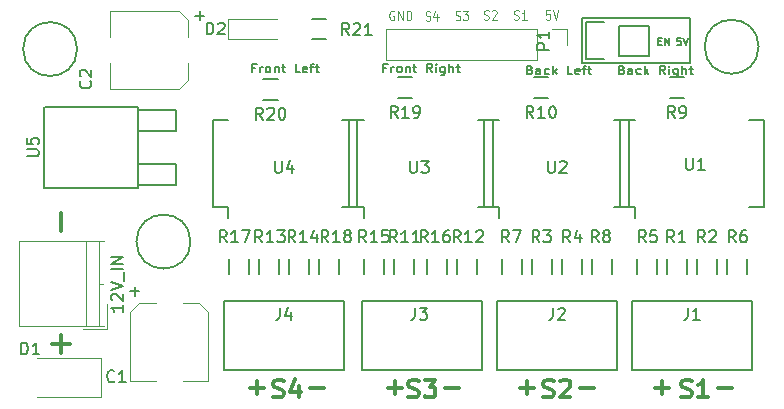
<source format=gbr>
G04 #@! TF.FileFunction,Legend,Top*
%FSLAX46Y46*%
G04 Gerber Fmt 4.6, Leading zero omitted, Abs format (unit mm)*
G04 Created by KiCad (PCBNEW 4.0.6+dfsg1-1) date Wed Nov 29 19:27:18 2017*
%MOMM*%
%LPD*%
G01*
G04 APERTURE LIST*
%ADD10C,0.100000*%
%ADD11C,0.300000*%
%ADD12C,0.200000*%
%ADD13C,0.150000*%
%ADD14C,0.175000*%
%ADD15C,0.125000*%
%ADD16C,0.120000*%
G04 APERTURE END LIST*
D10*
D11*
X167881657Y-110341505D02*
X167881657Y-108817695D01*
D12*
X211938800Y-92379600D02*
X211938800Y-96179600D01*
X221138800Y-92379600D02*
X211938800Y-92379600D01*
X221138800Y-96179600D02*
X221138800Y-92379600D01*
X211938800Y-96179600D02*
X221138800Y-96179600D01*
D13*
X218424514Y-94336743D02*
X218624514Y-94336743D01*
X218710228Y-94651029D02*
X218424514Y-94651029D01*
X218424514Y-94051029D01*
X218710228Y-94051029D01*
X218967371Y-94651029D02*
X218967371Y-94051029D01*
X219310228Y-94651029D01*
X219310228Y-94051029D01*
X220338799Y-94051029D02*
X220053085Y-94051029D01*
X220024514Y-94336743D01*
X220053085Y-94308171D01*
X220110228Y-94279600D01*
X220253085Y-94279600D01*
X220310228Y-94308171D01*
X220338799Y-94336743D01*
X220367371Y-94393886D01*
X220367371Y-94536743D01*
X220338799Y-94593886D01*
X220310228Y-94622457D01*
X220253085Y-94651029D01*
X220110228Y-94651029D01*
X220053085Y-94622457D01*
X220024514Y-94593886D01*
X220538800Y-94051029D02*
X220738800Y-94651029D01*
X220938800Y-94051029D01*
D14*
X195402989Y-96571600D02*
X195136322Y-96571600D01*
X195136322Y-96938267D02*
X195136322Y-96238267D01*
X195517275Y-96238267D01*
X195822036Y-96938267D02*
X195822036Y-96471600D01*
X195822036Y-96604933D02*
X195860131Y-96538267D01*
X195898227Y-96504933D01*
X195974417Y-96471600D01*
X196050608Y-96471600D01*
X196431560Y-96938267D02*
X196355369Y-96904933D01*
X196317274Y-96871600D01*
X196279179Y-96804933D01*
X196279179Y-96604933D01*
X196317274Y-96538267D01*
X196355369Y-96504933D01*
X196431560Y-96471600D01*
X196545846Y-96471600D01*
X196622036Y-96504933D01*
X196660131Y-96538267D01*
X196698227Y-96604933D01*
X196698227Y-96804933D01*
X196660131Y-96871600D01*
X196622036Y-96904933D01*
X196545846Y-96938267D01*
X196431560Y-96938267D01*
X197041084Y-96471600D02*
X197041084Y-96938267D01*
X197041084Y-96538267D02*
X197079179Y-96504933D01*
X197155370Y-96471600D01*
X197269656Y-96471600D01*
X197345846Y-96504933D01*
X197383941Y-96571600D01*
X197383941Y-96938267D01*
X197650608Y-96471600D02*
X197955370Y-96471600D01*
X197764894Y-96238267D02*
X197764894Y-96838267D01*
X197802989Y-96904933D01*
X197879180Y-96938267D01*
X197955370Y-96938267D01*
X199288704Y-96938267D02*
X199022037Y-96604933D01*
X198831561Y-96938267D02*
X198831561Y-96238267D01*
X199136323Y-96238267D01*
X199212514Y-96271600D01*
X199250609Y-96304933D01*
X199288704Y-96371600D01*
X199288704Y-96471600D01*
X199250609Y-96538267D01*
X199212514Y-96571600D01*
X199136323Y-96604933D01*
X198831561Y-96604933D01*
X199631561Y-96938267D02*
X199631561Y-96471600D01*
X199631561Y-96238267D02*
X199593466Y-96271600D01*
X199631561Y-96304933D01*
X199669656Y-96271600D01*
X199631561Y-96238267D01*
X199631561Y-96304933D01*
X200355370Y-96471600D02*
X200355370Y-97038267D01*
X200317275Y-97104933D01*
X200279180Y-97138267D01*
X200202989Y-97171600D01*
X200088704Y-97171600D01*
X200012513Y-97138267D01*
X200355370Y-96904933D02*
X200279180Y-96938267D01*
X200126799Y-96938267D01*
X200050608Y-96904933D01*
X200012513Y-96871600D01*
X199974418Y-96804933D01*
X199974418Y-96604933D01*
X200012513Y-96538267D01*
X200050608Y-96504933D01*
X200126799Y-96471600D01*
X200279180Y-96471600D01*
X200355370Y-96504933D01*
X200736323Y-96938267D02*
X200736323Y-96238267D01*
X201079180Y-96938267D02*
X201079180Y-96571600D01*
X201041085Y-96504933D01*
X200964895Y-96471600D01*
X200850609Y-96471600D01*
X200774418Y-96504933D01*
X200736323Y-96538267D01*
X201345847Y-96471600D02*
X201650609Y-96471600D01*
X201460133Y-96238267D02*
X201460133Y-96838267D01*
X201498228Y-96904933D01*
X201574419Y-96938267D01*
X201650609Y-96938267D01*
X215343561Y-96729600D02*
X215457847Y-96762933D01*
X215495942Y-96796267D01*
X215534037Y-96862933D01*
X215534037Y-96962933D01*
X215495942Y-97029600D01*
X215457847Y-97062933D01*
X215381656Y-97096267D01*
X215076894Y-97096267D01*
X215076894Y-96396267D01*
X215343561Y-96396267D01*
X215419751Y-96429600D01*
X215457847Y-96462933D01*
X215495942Y-96529600D01*
X215495942Y-96596267D01*
X215457847Y-96662933D01*
X215419751Y-96696267D01*
X215343561Y-96729600D01*
X215076894Y-96729600D01*
X216219751Y-97096267D02*
X216219751Y-96729600D01*
X216181656Y-96662933D01*
X216105466Y-96629600D01*
X215953085Y-96629600D01*
X215876894Y-96662933D01*
X216219751Y-97062933D02*
X216143561Y-97096267D01*
X215953085Y-97096267D01*
X215876894Y-97062933D01*
X215838799Y-96996267D01*
X215838799Y-96929600D01*
X215876894Y-96862933D01*
X215953085Y-96829600D01*
X216143561Y-96829600D01*
X216219751Y-96796267D01*
X216943561Y-97062933D02*
X216867371Y-97096267D01*
X216714990Y-97096267D01*
X216638799Y-97062933D01*
X216600704Y-97029600D01*
X216562609Y-96962933D01*
X216562609Y-96762933D01*
X216600704Y-96696267D01*
X216638799Y-96662933D01*
X216714990Y-96629600D01*
X216867371Y-96629600D01*
X216943561Y-96662933D01*
X217286418Y-97096267D02*
X217286418Y-96396267D01*
X217362609Y-96829600D02*
X217591180Y-97096267D01*
X217591180Y-96629600D02*
X217286418Y-96896267D01*
X219000704Y-97096267D02*
X218734037Y-96762933D01*
X218543561Y-97096267D02*
X218543561Y-96396267D01*
X218848323Y-96396267D01*
X218924514Y-96429600D01*
X218962609Y-96462933D01*
X219000704Y-96529600D01*
X219000704Y-96629600D01*
X218962609Y-96696267D01*
X218924514Y-96729600D01*
X218848323Y-96762933D01*
X218543561Y-96762933D01*
X219343561Y-97096267D02*
X219343561Y-96629600D01*
X219343561Y-96396267D02*
X219305466Y-96429600D01*
X219343561Y-96462933D01*
X219381656Y-96429600D01*
X219343561Y-96396267D01*
X219343561Y-96462933D01*
X220067370Y-96629600D02*
X220067370Y-97196267D01*
X220029275Y-97262933D01*
X219991180Y-97296267D01*
X219914989Y-97329600D01*
X219800704Y-97329600D01*
X219724513Y-97296267D01*
X220067370Y-97062933D02*
X219991180Y-97096267D01*
X219838799Y-97096267D01*
X219762608Y-97062933D01*
X219724513Y-97029600D01*
X219686418Y-96962933D01*
X219686418Y-96762933D01*
X219724513Y-96696267D01*
X219762608Y-96662933D01*
X219838799Y-96629600D01*
X219991180Y-96629600D01*
X220067370Y-96662933D01*
X220448323Y-97096267D02*
X220448323Y-96396267D01*
X220791180Y-97096267D02*
X220791180Y-96729600D01*
X220753085Y-96662933D01*
X220676895Y-96629600D01*
X220562609Y-96629600D01*
X220486418Y-96662933D01*
X220448323Y-96696267D01*
X221057847Y-96629600D02*
X221362609Y-96629600D01*
X221172133Y-96396267D02*
X221172133Y-96996267D01*
X221210228Y-97062933D01*
X221286419Y-97096267D01*
X221362609Y-97096267D01*
X207581657Y-96729600D02*
X207695943Y-96762933D01*
X207734038Y-96796267D01*
X207772133Y-96862933D01*
X207772133Y-96962933D01*
X207734038Y-97029600D01*
X207695943Y-97062933D01*
X207619752Y-97096267D01*
X207314990Y-97096267D01*
X207314990Y-96396267D01*
X207581657Y-96396267D01*
X207657847Y-96429600D01*
X207695943Y-96462933D01*
X207734038Y-96529600D01*
X207734038Y-96596267D01*
X207695943Y-96662933D01*
X207657847Y-96696267D01*
X207581657Y-96729600D01*
X207314990Y-96729600D01*
X208457847Y-97096267D02*
X208457847Y-96729600D01*
X208419752Y-96662933D01*
X208343562Y-96629600D01*
X208191181Y-96629600D01*
X208114990Y-96662933D01*
X208457847Y-97062933D02*
X208381657Y-97096267D01*
X208191181Y-97096267D01*
X208114990Y-97062933D01*
X208076895Y-96996267D01*
X208076895Y-96929600D01*
X208114990Y-96862933D01*
X208191181Y-96829600D01*
X208381657Y-96829600D01*
X208457847Y-96796267D01*
X209181657Y-97062933D02*
X209105467Y-97096267D01*
X208953086Y-97096267D01*
X208876895Y-97062933D01*
X208838800Y-97029600D01*
X208800705Y-96962933D01*
X208800705Y-96762933D01*
X208838800Y-96696267D01*
X208876895Y-96662933D01*
X208953086Y-96629600D01*
X209105467Y-96629600D01*
X209181657Y-96662933D01*
X209524514Y-97096267D02*
X209524514Y-96396267D01*
X209600705Y-96829600D02*
X209829276Y-97096267D01*
X209829276Y-96629600D02*
X209524514Y-96896267D01*
X211162610Y-97096267D02*
X210781657Y-97096267D01*
X210781657Y-96396267D01*
X211734038Y-97062933D02*
X211657848Y-97096267D01*
X211505467Y-97096267D01*
X211429276Y-97062933D01*
X211391181Y-96996267D01*
X211391181Y-96729600D01*
X211429276Y-96662933D01*
X211505467Y-96629600D01*
X211657848Y-96629600D01*
X211734038Y-96662933D01*
X211772133Y-96729600D01*
X211772133Y-96796267D01*
X211391181Y-96862933D01*
X212000704Y-96629600D02*
X212305466Y-96629600D01*
X212114990Y-97096267D02*
X212114990Y-96496267D01*
X212153085Y-96429600D01*
X212229276Y-96396267D01*
X212305466Y-96396267D01*
X212457847Y-96629600D02*
X212762609Y-96629600D01*
X212572133Y-96396267D02*
X212572133Y-96996267D01*
X212610228Y-97062933D01*
X212686419Y-97096267D01*
X212762609Y-97096267D01*
X184303085Y-96571600D02*
X184036418Y-96571600D01*
X184036418Y-96938267D02*
X184036418Y-96238267D01*
X184417371Y-96238267D01*
X184722132Y-96938267D02*
X184722132Y-96471600D01*
X184722132Y-96604933D02*
X184760227Y-96538267D01*
X184798323Y-96504933D01*
X184874513Y-96471600D01*
X184950704Y-96471600D01*
X185331656Y-96938267D02*
X185255465Y-96904933D01*
X185217370Y-96871600D01*
X185179275Y-96804933D01*
X185179275Y-96604933D01*
X185217370Y-96538267D01*
X185255465Y-96504933D01*
X185331656Y-96471600D01*
X185445942Y-96471600D01*
X185522132Y-96504933D01*
X185560227Y-96538267D01*
X185598323Y-96604933D01*
X185598323Y-96804933D01*
X185560227Y-96871600D01*
X185522132Y-96904933D01*
X185445942Y-96938267D01*
X185331656Y-96938267D01*
X185941180Y-96471600D02*
X185941180Y-96938267D01*
X185941180Y-96538267D02*
X185979275Y-96504933D01*
X186055466Y-96471600D01*
X186169752Y-96471600D01*
X186245942Y-96504933D01*
X186284037Y-96571600D01*
X186284037Y-96938267D01*
X186550704Y-96471600D02*
X186855466Y-96471600D01*
X186664990Y-96238267D02*
X186664990Y-96838267D01*
X186703085Y-96904933D01*
X186779276Y-96938267D01*
X186855466Y-96938267D01*
X188112610Y-96938267D02*
X187731657Y-96938267D01*
X187731657Y-96238267D01*
X188684038Y-96904933D02*
X188607848Y-96938267D01*
X188455467Y-96938267D01*
X188379276Y-96904933D01*
X188341181Y-96838267D01*
X188341181Y-96571600D01*
X188379276Y-96504933D01*
X188455467Y-96471600D01*
X188607848Y-96471600D01*
X188684038Y-96504933D01*
X188722133Y-96571600D01*
X188722133Y-96638267D01*
X188341181Y-96704933D01*
X188950704Y-96471600D02*
X189255466Y-96471600D01*
X189064990Y-96938267D02*
X189064990Y-96338267D01*
X189103085Y-96271600D01*
X189179276Y-96238267D01*
X189255466Y-96238267D01*
X189407847Y-96471600D02*
X189712609Y-96471600D01*
X189522133Y-96238267D02*
X189522133Y-96838267D01*
X189560228Y-96904933D01*
X189636419Y-96938267D01*
X189712609Y-96938267D01*
D13*
X180200705Y-93731981D02*
X180200705Y-92731981D01*
X180438800Y-92731981D01*
X180581658Y-92779600D01*
X180676896Y-92874838D01*
X180724515Y-92970076D01*
X180772134Y-93160552D01*
X180772134Y-93303410D01*
X180724515Y-93493886D01*
X180676896Y-93589124D01*
X180581658Y-93684362D01*
X180438800Y-93731981D01*
X180200705Y-93731981D01*
X181153086Y-92827219D02*
X181200705Y-92779600D01*
X181295943Y-92731981D01*
X181534039Y-92731981D01*
X181629277Y-92779600D01*
X181676896Y-92827219D01*
X181724515Y-92922457D01*
X181724515Y-93017695D01*
X181676896Y-93160552D01*
X181105467Y-93731981D01*
X181724515Y-93731981D01*
D15*
X209266667Y-91699405D02*
X208933334Y-91699405D01*
X208900000Y-92080357D01*
X208933334Y-92042262D01*
X209000000Y-92004167D01*
X209166667Y-92004167D01*
X209233334Y-92042262D01*
X209266667Y-92080357D01*
X209300000Y-92156548D01*
X209300000Y-92347024D01*
X209266667Y-92423214D01*
X209233334Y-92461310D01*
X209166667Y-92499405D01*
X209000000Y-92499405D01*
X208933334Y-92461310D01*
X208900000Y-92423214D01*
X209500001Y-91699405D02*
X209733334Y-92499405D01*
X209966667Y-91699405D01*
X196062667Y-91774500D02*
X195996001Y-91736405D01*
X195896001Y-91736405D01*
X195796001Y-91774500D01*
X195729334Y-91850690D01*
X195696001Y-91926881D01*
X195662667Y-92079262D01*
X195662667Y-92193548D01*
X195696001Y-92345929D01*
X195729334Y-92422119D01*
X195796001Y-92498310D01*
X195896001Y-92536405D01*
X195962667Y-92536405D01*
X196062667Y-92498310D01*
X196096001Y-92460214D01*
X196096001Y-92193548D01*
X195962667Y-92193548D01*
X196396001Y-92536405D02*
X196396001Y-91736405D01*
X196796001Y-92536405D01*
X196796001Y-91736405D01*
X197129334Y-92536405D02*
X197129334Y-91736405D01*
X197296000Y-91736405D01*
X197396000Y-91774500D01*
X197462667Y-91850690D01*
X197496000Y-91926881D01*
X197529334Y-92079262D01*
X197529334Y-92193548D01*
X197496000Y-92345929D01*
X197462667Y-92422119D01*
X197396000Y-92498310D01*
X197296000Y-92536405D01*
X197129334Y-92536405D01*
D11*
X223507372Y-123652743D02*
X224650229Y-123652743D01*
X220395943Y-124406743D02*
X220610229Y-124478171D01*
X220967372Y-124478171D01*
X221110229Y-124406743D01*
X221181658Y-124335314D01*
X221253086Y-124192457D01*
X221253086Y-124049600D01*
X221181658Y-123906743D01*
X221110229Y-123835314D01*
X220967372Y-123763886D01*
X220681658Y-123692457D01*
X220538800Y-123621029D01*
X220467372Y-123549600D01*
X220395943Y-123406743D01*
X220395943Y-123263886D01*
X220467372Y-123121029D01*
X220538800Y-123049600D01*
X220681658Y-122978171D01*
X221038800Y-122978171D01*
X221253086Y-123049600D01*
X222681657Y-124478171D02*
X221824514Y-124478171D01*
X222253086Y-124478171D02*
X222253086Y-122978171D01*
X222110229Y-123192457D01*
X221967371Y-123335314D01*
X221824514Y-123406743D01*
X218173372Y-123652743D02*
X219316229Y-123652743D01*
X218744800Y-124224171D02*
X218744800Y-123081314D01*
X211823372Y-123652743D02*
X212966229Y-123652743D01*
X208711943Y-124406743D02*
X208926229Y-124478171D01*
X209283372Y-124478171D01*
X209426229Y-124406743D01*
X209497658Y-124335314D01*
X209569086Y-124192457D01*
X209569086Y-124049600D01*
X209497658Y-123906743D01*
X209426229Y-123835314D01*
X209283372Y-123763886D01*
X208997658Y-123692457D01*
X208854800Y-123621029D01*
X208783372Y-123549600D01*
X208711943Y-123406743D01*
X208711943Y-123263886D01*
X208783372Y-123121029D01*
X208854800Y-123049600D01*
X208997658Y-122978171D01*
X209354800Y-122978171D01*
X209569086Y-123049600D01*
X210140514Y-123121029D02*
X210211943Y-123049600D01*
X210354800Y-122978171D01*
X210711943Y-122978171D01*
X210854800Y-123049600D01*
X210926229Y-123121029D01*
X210997657Y-123263886D01*
X210997657Y-123406743D01*
X210926229Y-123621029D01*
X210069086Y-124478171D01*
X210997657Y-124478171D01*
X206743372Y-123652743D02*
X207886229Y-123652743D01*
X207314800Y-124224171D02*
X207314800Y-123081314D01*
X200393372Y-123652743D02*
X201536229Y-123652743D01*
X197281943Y-124406743D02*
X197496229Y-124478171D01*
X197853372Y-124478171D01*
X197996229Y-124406743D01*
X198067658Y-124335314D01*
X198139086Y-124192457D01*
X198139086Y-124049600D01*
X198067658Y-123906743D01*
X197996229Y-123835314D01*
X197853372Y-123763886D01*
X197567658Y-123692457D01*
X197424800Y-123621029D01*
X197353372Y-123549600D01*
X197281943Y-123406743D01*
X197281943Y-123263886D01*
X197353372Y-123121029D01*
X197424800Y-123049600D01*
X197567658Y-122978171D01*
X197924800Y-122978171D01*
X198139086Y-123049600D01*
X198639086Y-122978171D02*
X199567657Y-122978171D01*
X199067657Y-123549600D01*
X199281943Y-123549600D01*
X199424800Y-123621029D01*
X199496229Y-123692457D01*
X199567657Y-123835314D01*
X199567657Y-124192457D01*
X199496229Y-124335314D01*
X199424800Y-124406743D01*
X199281943Y-124478171D01*
X198853371Y-124478171D01*
X198710514Y-124406743D01*
X198639086Y-124335314D01*
X195567372Y-123652743D02*
X196710229Y-123652743D01*
X196138800Y-124224171D02*
X196138800Y-123081314D01*
X185851943Y-124406743D02*
X186066229Y-124478171D01*
X186423372Y-124478171D01*
X186566229Y-124406743D01*
X186637658Y-124335314D01*
X186709086Y-124192457D01*
X186709086Y-124049600D01*
X186637658Y-123906743D01*
X186566229Y-123835314D01*
X186423372Y-123763886D01*
X186137658Y-123692457D01*
X185994800Y-123621029D01*
X185923372Y-123549600D01*
X185851943Y-123406743D01*
X185851943Y-123263886D01*
X185923372Y-123121029D01*
X185994800Y-123049600D01*
X186137658Y-122978171D01*
X186494800Y-122978171D01*
X186709086Y-123049600D01*
X187994800Y-123478171D02*
X187994800Y-124478171D01*
X187637657Y-122906743D02*
X187280514Y-123978171D01*
X188209086Y-123978171D01*
X188963372Y-123652743D02*
X190106229Y-123652743D01*
X183883372Y-123652743D02*
X185026229Y-123652743D01*
X184454800Y-124224171D02*
X184454800Y-123081314D01*
D15*
X198729666Y-92525810D02*
X198829666Y-92563905D01*
X198996333Y-92563905D01*
X199063000Y-92525810D01*
X199096333Y-92487714D01*
X199129666Y-92411524D01*
X199129666Y-92335333D01*
X199096333Y-92259143D01*
X199063000Y-92221048D01*
X198996333Y-92182952D01*
X198863000Y-92144857D01*
X198796333Y-92106762D01*
X198763000Y-92068667D01*
X198729666Y-91992476D01*
X198729666Y-91916286D01*
X198763000Y-91840095D01*
X198796333Y-91802000D01*
X198863000Y-91763905D01*
X199029666Y-91763905D01*
X199129666Y-91802000D01*
X199729667Y-92030571D02*
X199729667Y-92563905D01*
X199563000Y-91725810D02*
X199396333Y-92297238D01*
X199829667Y-92297238D01*
X201269666Y-92498310D02*
X201369666Y-92536405D01*
X201536333Y-92536405D01*
X201603000Y-92498310D01*
X201636333Y-92460214D01*
X201669666Y-92384024D01*
X201669666Y-92307833D01*
X201636333Y-92231643D01*
X201603000Y-92193548D01*
X201536333Y-92155452D01*
X201403000Y-92117357D01*
X201336333Y-92079262D01*
X201303000Y-92041167D01*
X201269666Y-91964976D01*
X201269666Y-91888786D01*
X201303000Y-91812595D01*
X201336333Y-91774500D01*
X201403000Y-91736405D01*
X201569666Y-91736405D01*
X201669666Y-91774500D01*
X201903000Y-91736405D02*
X202336333Y-91736405D01*
X202103000Y-92041167D01*
X202203000Y-92041167D01*
X202269667Y-92079262D01*
X202303000Y-92117357D01*
X202336333Y-92193548D01*
X202336333Y-92384024D01*
X202303000Y-92460214D01*
X202269667Y-92498310D01*
X202203000Y-92536405D01*
X202003000Y-92536405D01*
X201936333Y-92498310D01*
X201903000Y-92460214D01*
X203682666Y-92462310D02*
X203782666Y-92500405D01*
X203949333Y-92500405D01*
X204016000Y-92462310D01*
X204049333Y-92424214D01*
X204082666Y-92348024D01*
X204082666Y-92271833D01*
X204049333Y-92195643D01*
X204016000Y-92157548D01*
X203949333Y-92119452D01*
X203816000Y-92081357D01*
X203749333Y-92043262D01*
X203716000Y-92005167D01*
X203682666Y-91928976D01*
X203682666Y-91852786D01*
X203716000Y-91776595D01*
X203749333Y-91738500D01*
X203816000Y-91700405D01*
X203982666Y-91700405D01*
X204082666Y-91738500D01*
X204349333Y-91776595D02*
X204382667Y-91738500D01*
X204449333Y-91700405D01*
X204616000Y-91700405D01*
X204682667Y-91738500D01*
X204716000Y-91776595D01*
X204749333Y-91852786D01*
X204749333Y-91928976D01*
X204716000Y-92043262D01*
X204316000Y-92500405D01*
X204749333Y-92500405D01*
X206222666Y-92462310D02*
X206322666Y-92500405D01*
X206489333Y-92500405D01*
X206556000Y-92462310D01*
X206589333Y-92424214D01*
X206622666Y-92348024D01*
X206622666Y-92271833D01*
X206589333Y-92195643D01*
X206556000Y-92157548D01*
X206489333Y-92119452D01*
X206356000Y-92081357D01*
X206289333Y-92043262D01*
X206256000Y-92005167D01*
X206222666Y-91928976D01*
X206222666Y-91852786D01*
X206256000Y-91776595D01*
X206289333Y-91738500D01*
X206356000Y-91700405D01*
X206522666Y-91700405D01*
X206622666Y-91738500D01*
X207289333Y-92500405D02*
X206889333Y-92500405D01*
X207089333Y-92500405D02*
X207089333Y-91700405D01*
X207022667Y-91814690D01*
X206956000Y-91890881D01*
X206889333Y-91928976D01*
D11*
X167076895Y-119922457D02*
X168600705Y-119922457D01*
X167838800Y-120684362D02*
X167838800Y-119160552D01*
D13*
X193344800Y-116306600D02*
X203504800Y-116306600D01*
X203504800Y-122148600D02*
X193344800Y-122148600D01*
X193344800Y-122148600D02*
X193344800Y-116306600D01*
X203504800Y-122148600D02*
X203504800Y-116306600D01*
X180705000Y-108365000D02*
X181975000Y-108365000D01*
X180705000Y-101015000D02*
X181975000Y-101015000D01*
X192915000Y-101015000D02*
X191645000Y-101015000D01*
X192915000Y-108365000D02*
X191645000Y-108365000D01*
X180705000Y-108365000D02*
X180705000Y-101015000D01*
X192915000Y-108365000D02*
X192915000Y-101015000D01*
X181975000Y-108365000D02*
X181975000Y-109300000D01*
D16*
X169938800Y-118429600D02*
X169938800Y-111229600D01*
X171038800Y-118429600D02*
X171038800Y-111229600D01*
X171538800Y-118429600D02*
X164338800Y-118429600D01*
X164338800Y-118429600D02*
X164338800Y-111229600D01*
X164338800Y-111229600D02*
X171538800Y-111229600D01*
X171038800Y-114829600D02*
X171438800Y-114829600D01*
X169688800Y-118669600D02*
X171778800Y-118669600D01*
X171778800Y-118669600D02*
X171778800Y-116579600D01*
X171238800Y-124429600D02*
X171238800Y-121129600D01*
X171238800Y-121129600D02*
X165838800Y-121129600D01*
X171238800Y-124429600D02*
X165838800Y-124429600D01*
X195370000Y-93270000D02*
X195370000Y-95930000D01*
X208130000Y-93270000D02*
X195370000Y-93270000D01*
X208130000Y-95930000D02*
X195370000Y-95930000D01*
X208130000Y-93270000D02*
X208130000Y-95930000D01*
X209400000Y-93270000D02*
X210730000Y-93270000D01*
X210730000Y-93270000D02*
X210730000Y-94600000D01*
X173738800Y-123079600D02*
X175918800Y-123079600D01*
X180338800Y-123079600D02*
X178158800Y-123079600D01*
X174498800Y-116479600D02*
X175918800Y-116479600D01*
X179578800Y-116479600D02*
X178158800Y-116479600D01*
X173738800Y-123079600D02*
X173738800Y-117239600D01*
X173738800Y-117239600D02*
X174498800Y-116479600D01*
X179578800Y-116479600D02*
X180338800Y-117239600D01*
X180338800Y-117239600D02*
X180338800Y-123079600D01*
X172038800Y-91779600D02*
X172038800Y-93959600D01*
X172038800Y-98379600D02*
X172038800Y-96199600D01*
X178638800Y-92539600D02*
X178638800Y-93959600D01*
X178638800Y-97619600D02*
X178638800Y-96199600D01*
X172038800Y-91779600D02*
X177878800Y-91779600D01*
X177878800Y-91779600D02*
X178638800Y-92539600D01*
X178638800Y-97619600D02*
X177878800Y-98379600D01*
X177878800Y-98379600D02*
X172038800Y-98379600D01*
X182038800Y-92429600D02*
X182038800Y-94129600D01*
X182088800Y-94129600D02*
X186138800Y-94129600D01*
X182088800Y-92429600D02*
X186138800Y-92429600D01*
D13*
X192205000Y-108365000D02*
X193475000Y-108365000D01*
X192205000Y-101015000D02*
X193475000Y-101015000D01*
X204415000Y-101015000D02*
X203145000Y-101015000D01*
X204415000Y-108365000D02*
X203145000Y-108365000D01*
X192205000Y-108365000D02*
X192205000Y-101015000D01*
X204415000Y-108365000D02*
X204415000Y-101015000D01*
X193475000Y-108365000D02*
X193475000Y-109300000D01*
X203705000Y-108365000D02*
X204975000Y-108365000D01*
X203705000Y-101015000D02*
X204975000Y-101015000D01*
X215915000Y-101015000D02*
X214645000Y-101015000D01*
X215915000Y-108365000D02*
X214645000Y-108365000D01*
X203705000Y-108365000D02*
X203705000Y-101015000D01*
X215915000Y-108365000D02*
X215915000Y-101015000D01*
X204975000Y-108365000D02*
X204975000Y-109300000D01*
X215205000Y-108365000D02*
X216475000Y-108365000D01*
X215205000Y-101015000D02*
X216475000Y-101015000D01*
X227415000Y-101015000D02*
X226145000Y-101015000D01*
X227415000Y-108365000D02*
X226145000Y-108365000D01*
X215205000Y-108365000D02*
X215205000Y-101015000D01*
X227415000Y-108365000D02*
X227415000Y-101015000D01*
X216475000Y-108365000D02*
X216475000Y-109300000D01*
X216204800Y-116306600D02*
X226364800Y-116306600D01*
X226364800Y-122148600D02*
X216204800Y-122148600D01*
X216204800Y-122148600D02*
X216204800Y-116306600D01*
X226364800Y-122148600D02*
X226364800Y-116306600D01*
X204774800Y-116306600D02*
X214934800Y-116306600D01*
X214934800Y-122148600D02*
X204774800Y-122148600D01*
X204774800Y-122148600D02*
X204774800Y-116306600D01*
X214934800Y-122148600D02*
X214934800Y-116306600D01*
X181660800Y-116306600D02*
X191820800Y-116306600D01*
X191820800Y-122148600D02*
X181660800Y-122148600D01*
X181660800Y-122148600D02*
X181660800Y-116306600D01*
X191820800Y-122148600D02*
X191820800Y-116306600D01*
X189138800Y-92404600D02*
X190338800Y-92404600D01*
X190338800Y-94154600D02*
X189138800Y-94154600D01*
X219139800Y-113985600D02*
X219139800Y-112785600D01*
X220889800Y-112785600D02*
X220889800Y-113985600D01*
X221679800Y-113985600D02*
X221679800Y-112785600D01*
X223429800Y-112785600D02*
X223429800Y-113985600D01*
X207709800Y-113985600D02*
X207709800Y-112785600D01*
X209459800Y-112785600D02*
X209459800Y-113985600D01*
X210249800Y-113985600D02*
X210249800Y-112785600D01*
X211999800Y-112785600D02*
X211999800Y-113985600D01*
X216599800Y-113985600D02*
X216599800Y-112785600D01*
X218349800Y-112785600D02*
X218349800Y-113985600D01*
X225969800Y-112785600D02*
X225969800Y-113985600D01*
X224219800Y-113985600D02*
X224219800Y-112785600D01*
X205169800Y-113985600D02*
X205169800Y-112785600D01*
X206919800Y-112785600D02*
X206919800Y-113985600D01*
X214539800Y-112785600D02*
X214539800Y-113985600D01*
X212789800Y-113985600D02*
X212789800Y-112785600D01*
X219400000Y-97375000D02*
X220600000Y-97375000D01*
X220600000Y-99125000D02*
X219400000Y-99125000D01*
X207900000Y-97375000D02*
X209100000Y-97375000D01*
X209100000Y-99125000D02*
X207900000Y-99125000D01*
X196025800Y-113985600D02*
X196025800Y-112785600D01*
X197775800Y-112785600D02*
X197775800Y-113985600D01*
X198819800Y-113985600D02*
X198819800Y-112785600D01*
X200569800Y-112785600D02*
X200569800Y-113985600D01*
X184595800Y-113985600D02*
X184595800Y-112785600D01*
X186345800Y-112785600D02*
X186345800Y-113985600D01*
X187135800Y-113985600D02*
X187135800Y-112785600D01*
X188885800Y-112785600D02*
X188885800Y-113985600D01*
X193485800Y-113985600D02*
X193485800Y-112785600D01*
X195235800Y-112785600D02*
X195235800Y-113985600D01*
X203109800Y-112785600D02*
X203109800Y-113985600D01*
X201359800Y-113985600D02*
X201359800Y-112785600D01*
X182055800Y-113985600D02*
X182055800Y-112785600D01*
X183805800Y-112785600D02*
X183805800Y-113985600D01*
X191425800Y-112785600D02*
X191425800Y-113985600D01*
X189675800Y-113985600D02*
X189675800Y-112785600D01*
X196400000Y-97375000D02*
X197600000Y-97375000D01*
X197600000Y-99125000D02*
X196400000Y-99125000D01*
X185000000Y-97525000D02*
X186200000Y-97525000D01*
X186200000Y-99275000D02*
X185000000Y-99275000D01*
X174414800Y-101882600D02*
X177589800Y-101882600D01*
X177589800Y-101882600D02*
X177589800Y-100104600D01*
X177589800Y-100104600D02*
X174414800Y-100104600D01*
X174414800Y-106454600D02*
X177589800Y-106454600D01*
X177589800Y-106454600D02*
X177589800Y-104676600D01*
X177589800Y-104676600D02*
X174414800Y-104676600D01*
X168318800Y-99850600D02*
X174414800Y-99850600D01*
X174414800Y-99850600D02*
X174414800Y-106708600D01*
X174414800Y-106708600D02*
X166540800Y-106708600D01*
X166413800Y-106708600D02*
X166413800Y-99850600D01*
X166540800Y-99850600D02*
X168318800Y-99850600D01*
X215108800Y-93009600D02*
X217648800Y-93009600D01*
X212288800Y-92729600D02*
X213838800Y-92729600D01*
X215108800Y-93009600D02*
X215108800Y-95549600D01*
X213838800Y-95829600D02*
X212288800Y-95829600D01*
X212288800Y-95829600D02*
X212288800Y-92729600D01*
X215108800Y-95549600D02*
X217648800Y-95549600D01*
X217648800Y-95549600D02*
X217648800Y-93009600D01*
X226924800Y-94779600D02*
G75*
G03X226924800Y-94779600I-2286000J0D01*
G01*
X169224800Y-94979600D02*
G75*
G03X169224800Y-94979600I-2286000J0D01*
G01*
X178824800Y-111279600D02*
G75*
G03X178824800Y-111279600I-2286000J0D01*
G01*
X197837467Y-116901981D02*
X197837467Y-117616267D01*
X197789847Y-117759124D01*
X197694609Y-117854362D01*
X197551752Y-117901981D01*
X197456514Y-117901981D01*
X198218419Y-116901981D02*
X198837467Y-116901981D01*
X198504133Y-117282933D01*
X198646991Y-117282933D01*
X198742229Y-117330552D01*
X198789848Y-117378171D01*
X198837467Y-117473410D01*
X198837467Y-117711505D01*
X198789848Y-117806743D01*
X198742229Y-117854362D01*
X198646991Y-117901981D01*
X198361276Y-117901981D01*
X198266038Y-117854362D01*
X198218419Y-117806743D01*
X185978895Y-104455981D02*
X185978895Y-105265505D01*
X186026514Y-105360743D01*
X186074133Y-105408362D01*
X186169371Y-105455981D01*
X186359848Y-105455981D01*
X186455086Y-105408362D01*
X186502705Y-105360743D01*
X186550324Y-105265505D01*
X186550324Y-104455981D01*
X187455086Y-104789314D02*
X187455086Y-105455981D01*
X187216990Y-104408362D02*
X186978895Y-105122648D01*
X187597943Y-105122648D01*
X173091181Y-116641504D02*
X173091181Y-117212933D01*
X173091181Y-116927219D02*
X172091181Y-116927219D01*
X172234038Y-117022457D01*
X172329276Y-117117695D01*
X172376895Y-117212933D01*
X172186419Y-116260552D02*
X172138800Y-116212933D01*
X172091181Y-116117695D01*
X172091181Y-115879599D01*
X172138800Y-115784361D01*
X172186419Y-115736742D01*
X172281657Y-115689123D01*
X172376895Y-115689123D01*
X172519752Y-115736742D01*
X173091181Y-116308171D01*
X173091181Y-115689123D01*
X172091181Y-115403409D02*
X173091181Y-115070076D01*
X172091181Y-114736742D01*
X173186419Y-114641504D02*
X173186419Y-113879599D01*
X173091181Y-113641504D02*
X172091181Y-113641504D01*
X173091181Y-113165314D02*
X172091181Y-113165314D01*
X173091181Y-112593885D01*
X172091181Y-112593885D01*
X164500705Y-120831981D02*
X164500705Y-119831981D01*
X164738800Y-119831981D01*
X164881658Y-119879600D01*
X164976896Y-119974838D01*
X165024515Y-120070076D01*
X165072134Y-120260552D01*
X165072134Y-120403410D01*
X165024515Y-120593886D01*
X164976896Y-120689124D01*
X164881658Y-120784362D01*
X164738800Y-120831981D01*
X164500705Y-120831981D01*
X166024515Y-120831981D02*
X165453086Y-120831981D01*
X165738800Y-120831981D02*
X165738800Y-119831981D01*
X165643562Y-119974838D01*
X165548324Y-120070076D01*
X165453086Y-120117695D01*
X172372134Y-123086743D02*
X172324515Y-123134362D01*
X172181658Y-123181981D01*
X172086420Y-123181981D01*
X171943562Y-123134362D01*
X171848324Y-123039124D01*
X171800705Y-122943886D01*
X171753086Y-122753410D01*
X171753086Y-122610552D01*
X171800705Y-122420076D01*
X171848324Y-122324838D01*
X171943562Y-122229600D01*
X172086420Y-122181981D01*
X172181658Y-122181981D01*
X172324515Y-122229600D01*
X172372134Y-122277219D01*
X173324515Y-123181981D02*
X172753086Y-123181981D01*
X173038800Y-123181981D02*
X173038800Y-122181981D01*
X172943562Y-122324838D01*
X172848324Y-122420076D01*
X172753086Y-122467695D01*
X174100229Y-115880552D02*
X174100229Y-115118647D01*
X174481181Y-115499599D02*
X173719276Y-115499599D01*
X170334743Y-97678866D02*
X170382362Y-97726485D01*
X170429981Y-97869342D01*
X170429981Y-97964580D01*
X170382362Y-98107438D01*
X170287124Y-98202676D01*
X170191886Y-98250295D01*
X170001410Y-98297914D01*
X169858552Y-98297914D01*
X169668076Y-98250295D01*
X169572838Y-98202676D01*
X169477600Y-98107438D01*
X169429981Y-97964580D01*
X169429981Y-97869342D01*
X169477600Y-97726485D01*
X169525219Y-97678866D01*
X169525219Y-97297914D02*
X169477600Y-97250295D01*
X169429981Y-97155057D01*
X169429981Y-96916961D01*
X169477600Y-96821723D01*
X169525219Y-96774104D01*
X169620457Y-96726485D01*
X169715695Y-96726485D01*
X169858552Y-96774104D01*
X170429981Y-97345533D01*
X170429981Y-96726485D01*
X179237848Y-92141029D02*
X179999753Y-92141029D01*
X179618801Y-92521981D02*
X179618801Y-91760076D01*
X197408895Y-104455981D02*
X197408895Y-105265505D01*
X197456514Y-105360743D01*
X197504133Y-105408362D01*
X197599371Y-105455981D01*
X197789848Y-105455981D01*
X197885086Y-105408362D01*
X197932705Y-105360743D01*
X197980324Y-105265505D01*
X197980324Y-104455981D01*
X198361276Y-104455981D02*
X198980324Y-104455981D01*
X198646990Y-104836933D01*
X198789848Y-104836933D01*
X198885086Y-104884552D01*
X198932705Y-104932171D01*
X198980324Y-105027410D01*
X198980324Y-105265505D01*
X198932705Y-105360743D01*
X198885086Y-105408362D01*
X198789848Y-105455981D01*
X198504133Y-105455981D01*
X198408895Y-105408362D01*
X198361276Y-105360743D01*
X209092895Y-104455981D02*
X209092895Y-105265505D01*
X209140514Y-105360743D01*
X209188133Y-105408362D01*
X209283371Y-105455981D01*
X209473848Y-105455981D01*
X209569086Y-105408362D01*
X209616705Y-105360743D01*
X209664324Y-105265505D01*
X209664324Y-104455981D01*
X210092895Y-104551219D02*
X210140514Y-104503600D01*
X210235752Y-104455981D01*
X210473848Y-104455981D01*
X210569086Y-104503600D01*
X210616705Y-104551219D01*
X210664324Y-104646457D01*
X210664324Y-104741695D01*
X210616705Y-104884552D01*
X210045276Y-105455981D01*
X210664324Y-105455981D01*
X220776895Y-104201981D02*
X220776895Y-105011505D01*
X220824514Y-105106743D01*
X220872133Y-105154362D01*
X220967371Y-105201981D01*
X221157848Y-105201981D01*
X221253086Y-105154362D01*
X221300705Y-105106743D01*
X221348324Y-105011505D01*
X221348324Y-104201981D01*
X222348324Y-105201981D02*
X221776895Y-105201981D01*
X222062609Y-105201981D02*
X222062609Y-104201981D01*
X221967371Y-104344838D01*
X221872133Y-104440076D01*
X221776895Y-104487695D01*
X220951467Y-116901981D02*
X220951467Y-117616267D01*
X220903847Y-117759124D01*
X220808609Y-117854362D01*
X220665752Y-117901981D01*
X220570514Y-117901981D01*
X221951467Y-117901981D02*
X221380038Y-117901981D01*
X221665752Y-117901981D02*
X221665752Y-116901981D01*
X221570514Y-117044838D01*
X221475276Y-117140076D01*
X221380038Y-117187695D01*
X209521467Y-116901981D02*
X209521467Y-117616267D01*
X209473847Y-117759124D01*
X209378609Y-117854362D01*
X209235752Y-117901981D01*
X209140514Y-117901981D01*
X209950038Y-116997219D02*
X209997657Y-116949600D01*
X210092895Y-116901981D01*
X210330991Y-116901981D01*
X210426229Y-116949600D01*
X210473848Y-116997219D01*
X210521467Y-117092457D01*
X210521467Y-117187695D01*
X210473848Y-117330552D01*
X209902419Y-117901981D01*
X210521467Y-117901981D01*
X186407467Y-116901981D02*
X186407467Y-117616267D01*
X186359847Y-117759124D01*
X186264609Y-117854362D01*
X186121752Y-117901981D01*
X186026514Y-117901981D01*
X187312229Y-117235314D02*
X187312229Y-117901981D01*
X187074133Y-116854362D02*
X186836038Y-117568648D01*
X187455086Y-117568648D01*
X192256743Y-93789581D02*
X191923409Y-93313390D01*
X191685314Y-93789581D02*
X191685314Y-92789581D01*
X192066267Y-92789581D01*
X192161505Y-92837200D01*
X192209124Y-92884819D01*
X192256743Y-92980057D01*
X192256743Y-93122914D01*
X192209124Y-93218152D01*
X192161505Y-93265771D01*
X192066267Y-93313390D01*
X191685314Y-93313390D01*
X192637695Y-92884819D02*
X192685314Y-92837200D01*
X192780552Y-92789581D01*
X193018648Y-92789581D01*
X193113886Y-92837200D01*
X193161505Y-92884819D01*
X193209124Y-92980057D01*
X193209124Y-93075295D01*
X193161505Y-93218152D01*
X192590076Y-93789581D01*
X193209124Y-93789581D01*
X194161505Y-93789581D02*
X193590076Y-93789581D01*
X193875790Y-93789581D02*
X193875790Y-92789581D01*
X193780552Y-92932438D01*
X193685314Y-93027676D01*
X193590076Y-93075295D01*
X219772134Y-111331981D02*
X219438800Y-110855790D01*
X219200705Y-111331981D02*
X219200705Y-110331981D01*
X219581658Y-110331981D01*
X219676896Y-110379600D01*
X219724515Y-110427219D01*
X219772134Y-110522457D01*
X219772134Y-110665314D01*
X219724515Y-110760552D01*
X219676896Y-110808171D01*
X219581658Y-110855790D01*
X219200705Y-110855790D01*
X220724515Y-111331981D02*
X220153086Y-111331981D01*
X220438800Y-111331981D02*
X220438800Y-110331981D01*
X220343562Y-110474838D01*
X220248324Y-110570076D01*
X220153086Y-110617695D01*
X222372134Y-111331981D02*
X222038800Y-110855790D01*
X221800705Y-111331981D02*
X221800705Y-110331981D01*
X222181658Y-110331981D01*
X222276896Y-110379600D01*
X222324515Y-110427219D01*
X222372134Y-110522457D01*
X222372134Y-110665314D01*
X222324515Y-110760552D01*
X222276896Y-110808171D01*
X222181658Y-110855790D01*
X221800705Y-110855790D01*
X222753086Y-110427219D02*
X222800705Y-110379600D01*
X222895943Y-110331981D01*
X223134039Y-110331981D01*
X223229277Y-110379600D01*
X223276896Y-110427219D01*
X223324515Y-110522457D01*
X223324515Y-110617695D01*
X223276896Y-110760552D01*
X222705467Y-111331981D01*
X223324515Y-111331981D01*
X208372134Y-111331981D02*
X208038800Y-110855790D01*
X207800705Y-111331981D02*
X207800705Y-110331981D01*
X208181658Y-110331981D01*
X208276896Y-110379600D01*
X208324515Y-110427219D01*
X208372134Y-110522457D01*
X208372134Y-110665314D01*
X208324515Y-110760552D01*
X208276896Y-110808171D01*
X208181658Y-110855790D01*
X207800705Y-110855790D01*
X208705467Y-110331981D02*
X209324515Y-110331981D01*
X208991181Y-110712933D01*
X209134039Y-110712933D01*
X209229277Y-110760552D01*
X209276896Y-110808171D01*
X209324515Y-110903410D01*
X209324515Y-111141505D01*
X209276896Y-111236743D01*
X209229277Y-111284362D01*
X209134039Y-111331981D01*
X208848324Y-111331981D01*
X208753086Y-111284362D01*
X208705467Y-111236743D01*
X210972134Y-111331981D02*
X210638800Y-110855790D01*
X210400705Y-111331981D02*
X210400705Y-110331981D01*
X210781658Y-110331981D01*
X210876896Y-110379600D01*
X210924515Y-110427219D01*
X210972134Y-110522457D01*
X210972134Y-110665314D01*
X210924515Y-110760552D01*
X210876896Y-110808171D01*
X210781658Y-110855790D01*
X210400705Y-110855790D01*
X211829277Y-110665314D02*
X211829277Y-111331981D01*
X211591181Y-110284362D02*
X211353086Y-110998648D01*
X211972134Y-110998648D01*
X217372134Y-111331981D02*
X217038800Y-110855790D01*
X216800705Y-111331981D02*
X216800705Y-110331981D01*
X217181658Y-110331981D01*
X217276896Y-110379600D01*
X217324515Y-110427219D01*
X217372134Y-110522457D01*
X217372134Y-110665314D01*
X217324515Y-110760552D01*
X217276896Y-110808171D01*
X217181658Y-110855790D01*
X216800705Y-110855790D01*
X218276896Y-110331981D02*
X217800705Y-110331981D01*
X217753086Y-110808171D01*
X217800705Y-110760552D01*
X217895943Y-110712933D01*
X218134039Y-110712933D01*
X218229277Y-110760552D01*
X218276896Y-110808171D01*
X218324515Y-110903410D01*
X218324515Y-111141505D01*
X218276896Y-111236743D01*
X218229277Y-111284362D01*
X218134039Y-111331981D01*
X217895943Y-111331981D01*
X217800705Y-111284362D01*
X217753086Y-111236743D01*
X224972134Y-111331981D02*
X224638800Y-110855790D01*
X224400705Y-111331981D02*
X224400705Y-110331981D01*
X224781658Y-110331981D01*
X224876896Y-110379600D01*
X224924515Y-110427219D01*
X224972134Y-110522457D01*
X224972134Y-110665314D01*
X224924515Y-110760552D01*
X224876896Y-110808171D01*
X224781658Y-110855790D01*
X224400705Y-110855790D01*
X225829277Y-110331981D02*
X225638800Y-110331981D01*
X225543562Y-110379600D01*
X225495943Y-110427219D01*
X225400705Y-110570076D01*
X225353086Y-110760552D01*
X225353086Y-111141505D01*
X225400705Y-111236743D01*
X225448324Y-111284362D01*
X225543562Y-111331981D01*
X225734039Y-111331981D01*
X225829277Y-111284362D01*
X225876896Y-111236743D01*
X225924515Y-111141505D01*
X225924515Y-110903410D01*
X225876896Y-110808171D01*
X225829277Y-110760552D01*
X225734039Y-110712933D01*
X225543562Y-110712933D01*
X225448324Y-110760552D01*
X225400705Y-110808171D01*
X225353086Y-110903410D01*
X205772134Y-111331981D02*
X205438800Y-110855790D01*
X205200705Y-111331981D02*
X205200705Y-110331981D01*
X205581658Y-110331981D01*
X205676896Y-110379600D01*
X205724515Y-110427219D01*
X205772134Y-110522457D01*
X205772134Y-110665314D01*
X205724515Y-110760552D01*
X205676896Y-110808171D01*
X205581658Y-110855790D01*
X205200705Y-110855790D01*
X206105467Y-110331981D02*
X206772134Y-110331981D01*
X206343562Y-111331981D01*
X213372134Y-111331981D02*
X213038800Y-110855790D01*
X212800705Y-111331981D02*
X212800705Y-110331981D01*
X213181658Y-110331981D01*
X213276896Y-110379600D01*
X213324515Y-110427219D01*
X213372134Y-110522457D01*
X213372134Y-110665314D01*
X213324515Y-110760552D01*
X213276896Y-110808171D01*
X213181658Y-110855790D01*
X212800705Y-110855790D01*
X213943562Y-110760552D02*
X213848324Y-110712933D01*
X213800705Y-110665314D01*
X213753086Y-110570076D01*
X213753086Y-110522457D01*
X213800705Y-110427219D01*
X213848324Y-110379600D01*
X213943562Y-110331981D01*
X214134039Y-110331981D01*
X214229277Y-110379600D01*
X214276896Y-110427219D01*
X214324515Y-110522457D01*
X214324515Y-110570076D01*
X214276896Y-110665314D01*
X214229277Y-110712933D01*
X214134039Y-110760552D01*
X213943562Y-110760552D01*
X213848324Y-110808171D01*
X213800705Y-110855790D01*
X213753086Y-110951029D01*
X213753086Y-111141505D01*
X213800705Y-111236743D01*
X213848324Y-111284362D01*
X213943562Y-111331981D01*
X214134039Y-111331981D01*
X214229277Y-111284362D01*
X214276896Y-111236743D01*
X214324515Y-111141505D01*
X214324515Y-110951029D01*
X214276896Y-110855790D01*
X214229277Y-110808171D01*
X214134039Y-110760552D01*
X219833334Y-100802381D02*
X219500000Y-100326190D01*
X219261905Y-100802381D02*
X219261905Y-99802381D01*
X219642858Y-99802381D01*
X219738096Y-99850000D01*
X219785715Y-99897619D01*
X219833334Y-99992857D01*
X219833334Y-100135714D01*
X219785715Y-100230952D01*
X219738096Y-100278571D01*
X219642858Y-100326190D01*
X219261905Y-100326190D01*
X220309524Y-100802381D02*
X220500000Y-100802381D01*
X220595239Y-100754762D01*
X220642858Y-100707143D01*
X220738096Y-100564286D01*
X220785715Y-100373810D01*
X220785715Y-99992857D01*
X220738096Y-99897619D01*
X220690477Y-99850000D01*
X220595239Y-99802381D01*
X220404762Y-99802381D01*
X220309524Y-99850000D01*
X220261905Y-99897619D01*
X220214286Y-99992857D01*
X220214286Y-100230952D01*
X220261905Y-100326190D01*
X220309524Y-100373810D01*
X220404762Y-100421429D01*
X220595239Y-100421429D01*
X220690477Y-100373810D01*
X220738096Y-100326190D01*
X220785715Y-100230952D01*
X207857143Y-100802381D02*
X207523809Y-100326190D01*
X207285714Y-100802381D02*
X207285714Y-99802381D01*
X207666667Y-99802381D01*
X207761905Y-99850000D01*
X207809524Y-99897619D01*
X207857143Y-99992857D01*
X207857143Y-100135714D01*
X207809524Y-100230952D01*
X207761905Y-100278571D01*
X207666667Y-100326190D01*
X207285714Y-100326190D01*
X208809524Y-100802381D02*
X208238095Y-100802381D01*
X208523809Y-100802381D02*
X208523809Y-99802381D01*
X208428571Y-99945238D01*
X208333333Y-100040476D01*
X208238095Y-100088095D01*
X209428571Y-99802381D02*
X209523810Y-99802381D01*
X209619048Y-99850000D01*
X209666667Y-99897619D01*
X209714286Y-99992857D01*
X209761905Y-100183333D01*
X209761905Y-100421429D01*
X209714286Y-100611905D01*
X209666667Y-100707143D01*
X209619048Y-100754762D01*
X209523810Y-100802381D01*
X209428571Y-100802381D01*
X209333333Y-100754762D01*
X209285714Y-100707143D01*
X209238095Y-100611905D01*
X209190476Y-100421429D01*
X209190476Y-100183333D01*
X209238095Y-99992857D01*
X209285714Y-99897619D01*
X209333333Y-99850000D01*
X209428571Y-99802381D01*
X196295943Y-111331981D02*
X195962609Y-110855790D01*
X195724514Y-111331981D02*
X195724514Y-110331981D01*
X196105467Y-110331981D01*
X196200705Y-110379600D01*
X196248324Y-110427219D01*
X196295943Y-110522457D01*
X196295943Y-110665314D01*
X196248324Y-110760552D01*
X196200705Y-110808171D01*
X196105467Y-110855790D01*
X195724514Y-110855790D01*
X197248324Y-111331981D02*
X196676895Y-111331981D01*
X196962609Y-111331981D02*
X196962609Y-110331981D01*
X196867371Y-110474838D01*
X196772133Y-110570076D01*
X196676895Y-110617695D01*
X198200705Y-111331981D02*
X197629276Y-111331981D01*
X197914990Y-111331981D02*
X197914990Y-110331981D01*
X197819752Y-110474838D01*
X197724514Y-110570076D01*
X197629276Y-110617695D01*
X201695943Y-111331981D02*
X201362609Y-110855790D01*
X201124514Y-111331981D02*
X201124514Y-110331981D01*
X201505467Y-110331981D01*
X201600705Y-110379600D01*
X201648324Y-110427219D01*
X201695943Y-110522457D01*
X201695943Y-110665314D01*
X201648324Y-110760552D01*
X201600705Y-110808171D01*
X201505467Y-110855790D01*
X201124514Y-110855790D01*
X202648324Y-111331981D02*
X202076895Y-111331981D01*
X202362609Y-111331981D02*
X202362609Y-110331981D01*
X202267371Y-110474838D01*
X202172133Y-110570076D01*
X202076895Y-110617695D01*
X203029276Y-110427219D02*
X203076895Y-110379600D01*
X203172133Y-110331981D01*
X203410229Y-110331981D01*
X203505467Y-110379600D01*
X203553086Y-110427219D01*
X203600705Y-110522457D01*
X203600705Y-110617695D01*
X203553086Y-110760552D01*
X202981657Y-111331981D01*
X203600705Y-111331981D01*
X184895943Y-111331981D02*
X184562609Y-110855790D01*
X184324514Y-111331981D02*
X184324514Y-110331981D01*
X184705467Y-110331981D01*
X184800705Y-110379600D01*
X184848324Y-110427219D01*
X184895943Y-110522457D01*
X184895943Y-110665314D01*
X184848324Y-110760552D01*
X184800705Y-110808171D01*
X184705467Y-110855790D01*
X184324514Y-110855790D01*
X185848324Y-111331981D02*
X185276895Y-111331981D01*
X185562609Y-111331981D02*
X185562609Y-110331981D01*
X185467371Y-110474838D01*
X185372133Y-110570076D01*
X185276895Y-110617695D01*
X186181657Y-110331981D02*
X186800705Y-110331981D01*
X186467371Y-110712933D01*
X186610229Y-110712933D01*
X186705467Y-110760552D01*
X186753086Y-110808171D01*
X186800705Y-110903410D01*
X186800705Y-111141505D01*
X186753086Y-111236743D01*
X186705467Y-111284362D01*
X186610229Y-111331981D01*
X186324514Y-111331981D01*
X186229276Y-111284362D01*
X186181657Y-111236743D01*
X187695943Y-111331981D02*
X187362609Y-110855790D01*
X187124514Y-111331981D02*
X187124514Y-110331981D01*
X187505467Y-110331981D01*
X187600705Y-110379600D01*
X187648324Y-110427219D01*
X187695943Y-110522457D01*
X187695943Y-110665314D01*
X187648324Y-110760552D01*
X187600705Y-110808171D01*
X187505467Y-110855790D01*
X187124514Y-110855790D01*
X188648324Y-111331981D02*
X188076895Y-111331981D01*
X188362609Y-111331981D02*
X188362609Y-110331981D01*
X188267371Y-110474838D01*
X188172133Y-110570076D01*
X188076895Y-110617695D01*
X189505467Y-110665314D02*
X189505467Y-111331981D01*
X189267371Y-110284362D02*
X189029276Y-110998648D01*
X189648324Y-110998648D01*
X193695943Y-111331981D02*
X193362609Y-110855790D01*
X193124514Y-111331981D02*
X193124514Y-110331981D01*
X193505467Y-110331981D01*
X193600705Y-110379600D01*
X193648324Y-110427219D01*
X193695943Y-110522457D01*
X193695943Y-110665314D01*
X193648324Y-110760552D01*
X193600705Y-110808171D01*
X193505467Y-110855790D01*
X193124514Y-110855790D01*
X194648324Y-111331981D02*
X194076895Y-111331981D01*
X194362609Y-111331981D02*
X194362609Y-110331981D01*
X194267371Y-110474838D01*
X194172133Y-110570076D01*
X194076895Y-110617695D01*
X195553086Y-110331981D02*
X195076895Y-110331981D01*
X195029276Y-110808171D01*
X195076895Y-110760552D01*
X195172133Y-110712933D01*
X195410229Y-110712933D01*
X195505467Y-110760552D01*
X195553086Y-110808171D01*
X195600705Y-110903410D01*
X195600705Y-111141505D01*
X195553086Y-111236743D01*
X195505467Y-111284362D01*
X195410229Y-111331981D01*
X195172133Y-111331981D01*
X195076895Y-111284362D01*
X195029276Y-111236743D01*
X198895943Y-111331981D02*
X198562609Y-110855790D01*
X198324514Y-111331981D02*
X198324514Y-110331981D01*
X198705467Y-110331981D01*
X198800705Y-110379600D01*
X198848324Y-110427219D01*
X198895943Y-110522457D01*
X198895943Y-110665314D01*
X198848324Y-110760552D01*
X198800705Y-110808171D01*
X198705467Y-110855790D01*
X198324514Y-110855790D01*
X199848324Y-111331981D02*
X199276895Y-111331981D01*
X199562609Y-111331981D02*
X199562609Y-110331981D01*
X199467371Y-110474838D01*
X199372133Y-110570076D01*
X199276895Y-110617695D01*
X200705467Y-110331981D02*
X200514990Y-110331981D01*
X200419752Y-110379600D01*
X200372133Y-110427219D01*
X200276895Y-110570076D01*
X200229276Y-110760552D01*
X200229276Y-111141505D01*
X200276895Y-111236743D01*
X200324514Y-111284362D01*
X200419752Y-111331981D01*
X200610229Y-111331981D01*
X200705467Y-111284362D01*
X200753086Y-111236743D01*
X200800705Y-111141505D01*
X200800705Y-110903410D01*
X200753086Y-110808171D01*
X200705467Y-110760552D01*
X200610229Y-110712933D01*
X200419752Y-110712933D01*
X200324514Y-110760552D01*
X200276895Y-110808171D01*
X200229276Y-110903410D01*
X181895943Y-111331981D02*
X181562609Y-110855790D01*
X181324514Y-111331981D02*
X181324514Y-110331981D01*
X181705467Y-110331981D01*
X181800705Y-110379600D01*
X181848324Y-110427219D01*
X181895943Y-110522457D01*
X181895943Y-110665314D01*
X181848324Y-110760552D01*
X181800705Y-110808171D01*
X181705467Y-110855790D01*
X181324514Y-110855790D01*
X182848324Y-111331981D02*
X182276895Y-111331981D01*
X182562609Y-111331981D02*
X182562609Y-110331981D01*
X182467371Y-110474838D01*
X182372133Y-110570076D01*
X182276895Y-110617695D01*
X183181657Y-110331981D02*
X183848324Y-110331981D01*
X183419752Y-111331981D01*
X190495943Y-111331981D02*
X190162609Y-110855790D01*
X189924514Y-111331981D02*
X189924514Y-110331981D01*
X190305467Y-110331981D01*
X190400705Y-110379600D01*
X190448324Y-110427219D01*
X190495943Y-110522457D01*
X190495943Y-110665314D01*
X190448324Y-110760552D01*
X190400705Y-110808171D01*
X190305467Y-110855790D01*
X189924514Y-110855790D01*
X191448324Y-111331981D02*
X190876895Y-111331981D01*
X191162609Y-111331981D02*
X191162609Y-110331981D01*
X191067371Y-110474838D01*
X190972133Y-110570076D01*
X190876895Y-110617695D01*
X192019752Y-110760552D02*
X191924514Y-110712933D01*
X191876895Y-110665314D01*
X191829276Y-110570076D01*
X191829276Y-110522457D01*
X191876895Y-110427219D01*
X191924514Y-110379600D01*
X192019752Y-110331981D01*
X192210229Y-110331981D01*
X192305467Y-110379600D01*
X192353086Y-110427219D01*
X192400705Y-110522457D01*
X192400705Y-110570076D01*
X192353086Y-110665314D01*
X192305467Y-110712933D01*
X192210229Y-110760552D01*
X192019752Y-110760552D01*
X191924514Y-110808171D01*
X191876895Y-110855790D01*
X191829276Y-110951029D01*
X191829276Y-111141505D01*
X191876895Y-111236743D01*
X191924514Y-111284362D01*
X192019752Y-111331981D01*
X192210229Y-111331981D01*
X192305467Y-111284362D01*
X192353086Y-111236743D01*
X192400705Y-111141505D01*
X192400705Y-110951029D01*
X192353086Y-110855790D01*
X192305467Y-110808171D01*
X192210229Y-110760552D01*
X196357143Y-100802381D02*
X196023809Y-100326190D01*
X195785714Y-100802381D02*
X195785714Y-99802381D01*
X196166667Y-99802381D01*
X196261905Y-99850000D01*
X196309524Y-99897619D01*
X196357143Y-99992857D01*
X196357143Y-100135714D01*
X196309524Y-100230952D01*
X196261905Y-100278571D01*
X196166667Y-100326190D01*
X195785714Y-100326190D01*
X197309524Y-100802381D02*
X196738095Y-100802381D01*
X197023809Y-100802381D02*
X197023809Y-99802381D01*
X196928571Y-99945238D01*
X196833333Y-100040476D01*
X196738095Y-100088095D01*
X197785714Y-100802381D02*
X197976190Y-100802381D01*
X198071429Y-100754762D01*
X198119048Y-100707143D01*
X198214286Y-100564286D01*
X198261905Y-100373810D01*
X198261905Y-99992857D01*
X198214286Y-99897619D01*
X198166667Y-99850000D01*
X198071429Y-99802381D01*
X197880952Y-99802381D01*
X197785714Y-99850000D01*
X197738095Y-99897619D01*
X197690476Y-99992857D01*
X197690476Y-100230952D01*
X197738095Y-100326190D01*
X197785714Y-100373810D01*
X197880952Y-100421429D01*
X198071429Y-100421429D01*
X198166667Y-100373810D01*
X198214286Y-100326190D01*
X198261905Y-100230952D01*
X184957143Y-100952381D02*
X184623809Y-100476190D01*
X184385714Y-100952381D02*
X184385714Y-99952381D01*
X184766667Y-99952381D01*
X184861905Y-100000000D01*
X184909524Y-100047619D01*
X184957143Y-100142857D01*
X184957143Y-100285714D01*
X184909524Y-100380952D01*
X184861905Y-100428571D01*
X184766667Y-100476190D01*
X184385714Y-100476190D01*
X185338095Y-100047619D02*
X185385714Y-100000000D01*
X185480952Y-99952381D01*
X185719048Y-99952381D01*
X185814286Y-100000000D01*
X185861905Y-100047619D01*
X185909524Y-100142857D01*
X185909524Y-100238095D01*
X185861905Y-100380952D01*
X185290476Y-100952381D01*
X185909524Y-100952381D01*
X186528571Y-99952381D02*
X186623810Y-99952381D01*
X186719048Y-100000000D01*
X186766667Y-100047619D01*
X186814286Y-100142857D01*
X186861905Y-100333333D01*
X186861905Y-100571429D01*
X186814286Y-100761905D01*
X186766667Y-100857143D01*
X186719048Y-100904762D01*
X186623810Y-100952381D01*
X186528571Y-100952381D01*
X186433333Y-100904762D01*
X186385714Y-100857143D01*
X186338095Y-100761905D01*
X186290476Y-100571429D01*
X186290476Y-100333333D01*
X186338095Y-100142857D01*
X186385714Y-100047619D01*
X186433333Y-100000000D01*
X186528571Y-99952381D01*
X164977181Y-104041505D02*
X165786705Y-104041505D01*
X165881943Y-103993886D01*
X165929562Y-103946267D01*
X165977181Y-103851029D01*
X165977181Y-103660552D01*
X165929562Y-103565314D01*
X165881943Y-103517695D01*
X165786705Y-103470076D01*
X164977181Y-103470076D01*
X164977181Y-102517695D02*
X164977181Y-102993886D01*
X165453371Y-103041505D01*
X165405752Y-102993886D01*
X165358133Y-102898648D01*
X165358133Y-102660552D01*
X165405752Y-102565314D01*
X165453371Y-102517695D01*
X165548610Y-102470076D01*
X165786705Y-102470076D01*
X165881943Y-102517695D01*
X165929562Y-102565314D01*
X165977181Y-102660552D01*
X165977181Y-102898648D01*
X165929562Y-102993886D01*
X165881943Y-103041505D01*
X209191181Y-95017695D02*
X208191181Y-95017695D01*
X208191181Y-94636742D01*
X208238800Y-94541504D01*
X208286419Y-94493885D01*
X208381657Y-94446266D01*
X208524514Y-94446266D01*
X208619752Y-94493885D01*
X208667371Y-94541504D01*
X208714990Y-94636742D01*
X208714990Y-95017695D01*
X209191181Y-93493885D02*
X209191181Y-94065314D01*
X209191181Y-93779600D02*
X208191181Y-93779600D01*
X208334038Y-93874838D01*
X208429276Y-93970076D01*
X208476895Y-94065314D01*
M02*

</source>
